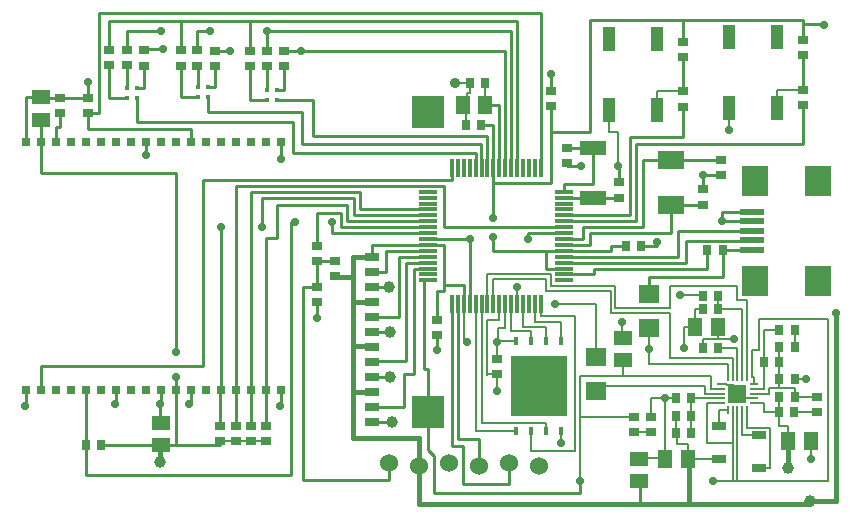
<source format=gtl>
G75*
%MOIN*%
%OFA0B0*%
%FSLAX25Y25*%
%IPPOS*%
%LPD*%
%AMOC8*
5,1,8,0,0,1.08239X$1,22.5*
%
%ADD10R,0.02559X0.03150*%
%ADD11R,0.05906X0.01181*%
%ADD12R,0.01181X0.05906*%
%ADD13R,0.02756X0.00787*%
%ADD14R,0.00787X0.02756*%
%ADD15R,0.06496X0.06496*%
%ADD16R,0.08661X0.09843*%
%ADD17R,0.07874X0.01969*%
%ADD18R,0.03937X0.07874*%
%ADD19R,0.01772X0.01772*%
%ADD20R,0.10950X0.10950*%
%ADD21C,0.06000*%
%ADD22R,0.05118X0.05906*%
%ADD23R,0.02756X0.03543*%
%ADD24R,0.03543X0.02756*%
%ADD25R,0.05906X0.05118*%
%ADD26R,0.04724X0.02559*%
%ADD27R,0.19000X0.20000*%
%ADD28R,0.01400X0.03000*%
%ADD29R,0.09055X0.06299*%
%ADD30R,0.08661X0.05118*%
%ADD31R,0.05000X0.02500*%
%ADD32R,0.07098X0.06299*%
%ADD33C,0.00700*%
%ADD34C,0.02800*%
%ADD35C,0.00800*%
%ADD36C,0.01000*%
%ADD37C,0.03962*%
%ADD38C,0.03569*%
%ADD39C,0.01600*%
D10*
X0119213Y0126339D03*
X0114213Y0126339D03*
X0109213Y0126339D03*
X0104213Y0126339D03*
X0099213Y0126339D03*
X0094213Y0126339D03*
X0089213Y0126339D03*
X0084213Y0126339D03*
X0079213Y0126339D03*
X0074213Y0126339D03*
X0069213Y0126339D03*
X0064213Y0126339D03*
X0059213Y0126339D03*
X0054213Y0126339D03*
X0049213Y0126339D03*
X0044213Y0126339D03*
X0039213Y0126339D03*
X0034213Y0126339D03*
X0034213Y0043661D03*
X0039213Y0043661D03*
X0044213Y0043661D03*
X0049213Y0043661D03*
X0054213Y0043661D03*
X0059213Y0043661D03*
X0064213Y0043661D03*
X0069213Y0043661D03*
X0074213Y0043661D03*
X0079213Y0043661D03*
X0084213Y0043661D03*
X0089213Y0043661D03*
X0094213Y0043661D03*
X0099213Y0043661D03*
X0104213Y0043661D03*
X0109213Y0043661D03*
X0114213Y0043661D03*
X0119213Y0043661D03*
D11*
X0168462Y0109764D03*
X0168462Y0107795D03*
X0168462Y0105827D03*
X0168462Y0103858D03*
X0168462Y0101890D03*
X0168462Y0099921D03*
X0168462Y0097953D03*
X0168462Y0095984D03*
X0168462Y0094016D03*
X0168462Y0092047D03*
X0168462Y0090079D03*
X0168462Y0088110D03*
X0168462Y0086142D03*
X0168462Y0084173D03*
X0168462Y0082205D03*
X0168462Y0080236D03*
X0213738Y0080236D03*
X0213738Y0082205D03*
X0213738Y0084173D03*
X0213738Y0086142D03*
X0213738Y0088110D03*
X0213738Y0090079D03*
X0213738Y0092047D03*
X0213738Y0094016D03*
X0213738Y0095984D03*
X0213738Y0097953D03*
X0213738Y0099921D03*
X0213738Y0101890D03*
X0213738Y0103858D03*
X0213738Y0105827D03*
X0213738Y0107795D03*
X0213738Y0109764D03*
D12*
X0176336Y0072362D03*
X0178305Y0072362D03*
X0180273Y0072362D03*
X0182242Y0072362D03*
X0184210Y0072362D03*
X0186179Y0072362D03*
X0188147Y0072362D03*
X0190116Y0072362D03*
X0192084Y0072362D03*
X0194053Y0072362D03*
X0196021Y0072362D03*
X0197990Y0072362D03*
X0199958Y0072362D03*
X0201927Y0072362D03*
X0203895Y0072362D03*
X0205864Y0072362D03*
X0205864Y0117638D03*
X0203895Y0117638D03*
X0201927Y0117638D03*
X0199958Y0117638D03*
X0197990Y0117638D03*
X0196021Y0117638D03*
X0194053Y0117638D03*
X0192084Y0117638D03*
X0190116Y0117638D03*
X0188147Y0117638D03*
X0186179Y0117638D03*
X0184210Y0117638D03*
X0182242Y0117638D03*
X0180273Y0117638D03*
X0178305Y0117638D03*
X0176336Y0117638D03*
D13*
X0265988Y0045650D03*
X0265988Y0044075D03*
X0265988Y0042500D03*
X0265988Y0040925D03*
X0265988Y0039350D03*
X0277012Y0039350D03*
X0277012Y0040925D03*
X0277012Y0042500D03*
X0277012Y0044075D03*
X0277012Y0045650D03*
D14*
X0268350Y0036988D03*
X0269925Y0036988D03*
X0271500Y0036988D03*
X0273075Y0036988D03*
X0274650Y0036988D03*
X0274650Y0048012D03*
X0273075Y0048012D03*
X0271500Y0048012D03*
X0269925Y0048012D03*
X0268350Y0048012D03*
D15*
X0271500Y0042500D03*
D16*
X0277326Y0080165D03*
X0277326Y0113235D03*
X0298192Y0080165D03*
X0298192Y0113235D03*
D17*
X0276342Y0090401D03*
X0276342Y0093550D03*
X0276342Y0096700D03*
X0276342Y0099850D03*
X0276342Y0102999D03*
D18*
X0268588Y0137589D03*
X0284612Y0137589D03*
X0268588Y0161211D03*
X0284612Y0161211D03*
X0228688Y0137089D03*
X0244712Y0137089D03*
X0228688Y0160711D03*
X0244712Y0160711D03*
D19*
X0071473Y0141127D03*
X0068127Y0141127D03*
X0068127Y0144473D03*
X0071473Y0144473D03*
X0094873Y0141327D03*
X0091527Y0141327D03*
X0091527Y0144673D03*
X0094873Y0144673D03*
X0118073Y0140427D03*
X0114727Y0140427D03*
X0114727Y0143773D03*
X0118073Y0143773D03*
D20*
X0168400Y0036300D03*
X0168400Y0136300D03*
D21*
X0155300Y0019500D03*
X0165300Y0018500D03*
X0175300Y0019500D03*
X0185300Y0018500D03*
X0195300Y0019500D03*
X0205300Y0018500D03*
D22*
X0264840Y0064600D03*
X0257360Y0064600D03*
X0247460Y0020600D03*
X0254940Y0020600D03*
X0179960Y0138600D03*
X0187440Y0138600D03*
X0288360Y0026700D03*
X0295840Y0026700D03*
D23*
X0285441Y0063800D03*
X0290559Y0063800D03*
X0256159Y0035100D03*
X0251041Y0035100D03*
X0280341Y0053100D03*
X0285459Y0053100D03*
X0264959Y0057600D03*
X0259841Y0057600D03*
X0265059Y0070700D03*
X0259941Y0070700D03*
X0259941Y0075100D03*
X0265059Y0075100D03*
X0256159Y0029400D03*
X0251041Y0029400D03*
X0251041Y0040900D03*
X0256159Y0040900D03*
X0290559Y0041400D03*
X0285441Y0041400D03*
X0290559Y0047500D03*
X0285441Y0047500D03*
X0290459Y0036300D03*
X0285341Y0036300D03*
X0290559Y0058100D03*
X0285441Y0058100D03*
X0239359Y0091700D03*
X0234241Y0091700D03*
X0182341Y0145900D03*
X0187459Y0145900D03*
X0181041Y0132000D03*
X0186159Y0132000D03*
X0054241Y0025200D03*
X0059359Y0025200D03*
X0261441Y0090400D03*
X0266559Y0090400D03*
D24*
X0298000Y0041459D03*
X0298000Y0036341D03*
X0137300Y0086659D03*
X0137300Y0081541D03*
X0131300Y0091759D03*
X0131300Y0086641D03*
X0209500Y0143359D03*
X0209500Y0138241D03*
X0131300Y0072941D03*
X0131300Y0078059D03*
X0171500Y0062041D03*
X0171500Y0067159D03*
X0191500Y0048941D03*
X0191500Y0054059D03*
X0114300Y0031659D03*
X0114300Y0026541D03*
X0109200Y0031659D03*
X0109200Y0026541D03*
X0104200Y0031659D03*
X0104200Y0026541D03*
X0099000Y0031659D03*
X0099000Y0026541D03*
X0054900Y0141159D03*
X0054900Y0136041D03*
X0045700Y0141159D03*
X0045700Y0136041D03*
X0253400Y0154541D03*
X0253400Y0159659D03*
X0253400Y0138141D03*
X0253400Y0143259D03*
X0293300Y0155241D03*
X0293300Y0160359D03*
X0293200Y0138641D03*
X0293200Y0143759D03*
X0114800Y0156659D03*
X0114800Y0151541D03*
X0120400Y0156759D03*
X0120400Y0151641D03*
X0109000Y0156759D03*
X0109000Y0151641D03*
X0091500Y0156859D03*
X0091500Y0151741D03*
X0097300Y0156759D03*
X0097300Y0151641D03*
X0085900Y0156959D03*
X0085900Y0151841D03*
X0068100Y0157059D03*
X0068100Y0151941D03*
X0073800Y0156959D03*
X0073800Y0151841D03*
X0062000Y0157059D03*
X0062000Y0151941D03*
X0266000Y0115341D03*
X0266000Y0120459D03*
X0259900Y0110559D03*
X0259900Y0105441D03*
X0214600Y0119241D03*
X0214600Y0124359D03*
X0231900Y0112959D03*
X0231900Y0107841D03*
X0237000Y0029641D03*
X0237000Y0034759D03*
X0242700Y0029641D03*
X0242700Y0034759D03*
D25*
X0233200Y0061140D03*
X0233200Y0053660D03*
X0039200Y0141240D03*
X0039200Y0133760D03*
X0079200Y0032740D03*
X0079200Y0025260D03*
X0238800Y0013260D03*
X0238800Y0020740D03*
D26*
X0265200Y0031513D03*
X0265200Y0020687D03*
X0278700Y0028513D03*
X0278700Y0017687D03*
D27*
X0205200Y0044900D03*
D28*
X0197700Y0029900D03*
X0202700Y0029900D03*
X0207700Y0029900D03*
X0212700Y0029900D03*
X0212700Y0059900D03*
X0207700Y0059900D03*
X0202700Y0059900D03*
X0197700Y0059900D03*
D29*
X0249400Y0105420D03*
X0249400Y0120380D03*
D30*
X0223500Y0124368D03*
X0223500Y0107832D03*
D31*
X0149600Y0088100D03*
X0149600Y0083100D03*
X0149600Y0078100D03*
X0149600Y0073100D03*
X0149600Y0068100D03*
X0149600Y0063100D03*
X0149600Y0058100D03*
X0149600Y0053100D03*
X0149600Y0048100D03*
X0149600Y0043100D03*
X0149600Y0038100D03*
X0149600Y0033100D03*
D32*
X0242100Y0075598D03*
X0242100Y0064402D03*
X0224200Y0054698D03*
X0224200Y0043502D03*
D33*
X0271500Y0048012D02*
X0271500Y0057600D01*
X0264959Y0057600D01*
X0252400Y0075200D02*
X0259941Y0075200D01*
X0259941Y0075100D01*
X0277012Y0040925D02*
X0271500Y0040925D01*
X0271500Y0042500D01*
X0181041Y0132000D02*
X0181041Y0137519D01*
X0179960Y0138600D01*
X0181041Y0138600D02*
X0181200Y0138759D01*
X0181200Y0142700D01*
X0182341Y0142700D01*
X0182341Y0145900D01*
X0177500Y0145900D01*
X0228688Y0137089D02*
X0228688Y0129700D01*
X0231800Y0129700D01*
X0231800Y0118500D01*
X0268588Y0137589D02*
X0268588Y0130200D01*
X0268600Y0130200D01*
X0192084Y0072362D02*
X0192084Y0066900D01*
X0187900Y0066900D01*
X0187900Y0048941D01*
X0212700Y0029900D02*
X0212700Y0026100D01*
X0191500Y0043400D02*
X0191500Y0048941D01*
X0187900Y0048841D02*
X0187900Y0048941D01*
X0191500Y0048941D01*
X0290559Y0047500D02*
X0294300Y0047500D01*
X0295840Y0026700D02*
X0296040Y0022800D01*
X0296000Y0020700D01*
X0251041Y0040900D02*
X0247200Y0040900D01*
X0242700Y0040900D01*
X0242700Y0034759D01*
X0247200Y0020860D02*
X0247202Y0020829D01*
X0247208Y0020798D01*
X0247217Y0020768D01*
X0247230Y0020739D01*
X0247246Y0020712D01*
X0247265Y0020688D01*
X0247288Y0020665D01*
X0247312Y0020646D01*
X0247339Y0020630D01*
X0247368Y0020617D01*
X0247398Y0020608D01*
X0247429Y0020602D01*
X0247460Y0020600D01*
X0247200Y0020860D02*
X0247200Y0040900D01*
X0265988Y0045650D02*
X0265988Y0045600D01*
X0267700Y0045600D01*
X0267900Y0045400D01*
X0269900Y0045400D01*
X0271500Y0043800D01*
X0271500Y0042500D01*
X0259841Y0057600D02*
X0259841Y0060600D01*
X0264859Y0060600D01*
X0270300Y0060600D01*
X0264859Y0060600D02*
X0264840Y0064600D01*
X0233200Y0061140D02*
X0232900Y0061140D01*
X0232900Y0066300D01*
X0247200Y0020860D02*
X0238800Y0020860D01*
X0238800Y0020740D01*
X0273075Y0048012D02*
X0273075Y0070700D01*
X0265059Y0070700D01*
X0265059Y0075100D01*
X0229200Y0076800D02*
X0229200Y0069200D01*
X0248900Y0069200D01*
X0248900Y0054500D01*
X0269900Y0054500D01*
X0269900Y0048012D01*
X0269925Y0048012D01*
X0229200Y0076800D02*
X0207600Y0076800D01*
X0207600Y0080800D01*
X0190116Y0080800D01*
X0190116Y0072362D01*
X0274650Y0048012D02*
X0274650Y0073700D01*
X0271500Y0073700D01*
X0271500Y0078200D01*
X0249000Y0078200D01*
X0249000Y0071100D01*
X0230800Y0071000D01*
X0230800Y0078500D01*
X0188147Y0072362D02*
X0188100Y0072362D01*
X0230800Y0078500D02*
X0209300Y0078500D01*
X0209300Y0082400D01*
X0188147Y0082400D01*
X0188147Y0072362D01*
X0273075Y0036988D02*
X0273075Y0028513D01*
X0278700Y0028513D01*
X0274650Y0036988D02*
X0274650Y0031000D01*
X0282300Y0031000D01*
X0282300Y0017687D01*
X0278700Y0017687D01*
X0268350Y0036988D02*
X0265200Y0036988D01*
X0265200Y0031513D01*
X0290459Y0036300D02*
X0298000Y0036300D01*
X0298000Y0036341D01*
X0277012Y0039350D02*
X0280500Y0039350D01*
X0280500Y0036400D01*
X0285341Y0036400D01*
X0285341Y0036300D01*
X0285441Y0041400D02*
X0285341Y0041400D01*
X0285341Y0036300D01*
X0285341Y0031700D01*
X0288200Y0031700D01*
X0288360Y0026700D02*
X0290400Y0026600D01*
X0288200Y0031700D02*
X0288200Y0026700D01*
X0288360Y0026700D01*
X0290559Y0058100D02*
X0290559Y0063800D01*
X0285441Y0063800D02*
X0280341Y0063800D01*
X0280341Y0053100D01*
X0280341Y0044075D01*
X0277012Y0044075D01*
X0301700Y0013300D02*
X0301700Y0067400D01*
X0278600Y0067300D01*
X0278600Y0057000D01*
X0276200Y0057000D01*
X0276200Y0048000D01*
X0277100Y0048000D01*
X0277100Y0045650D01*
X0277012Y0045650D01*
X0271400Y0013200D02*
X0269900Y0013200D01*
X0269925Y0036988D02*
X0269900Y0036988D01*
X0269900Y0026100D01*
X0269900Y0013200D01*
X0271500Y0036988D02*
X0271500Y0013300D01*
X0271400Y0013200D01*
X0265988Y0039350D02*
X0261300Y0039350D01*
X0261300Y0026100D01*
X0269900Y0026100D01*
X0237800Y0034600D02*
X0237000Y0034759D01*
X0271400Y0013200D02*
X0301700Y0013300D01*
X0269900Y0013200D02*
X0263500Y0013200D01*
X0237000Y0034600D02*
X0219100Y0034600D01*
X0219100Y0013200D01*
X0237000Y0034600D02*
X0237000Y0034759D01*
X0233400Y0053460D02*
X0233200Y0053660D01*
X0265988Y0044075D02*
X0262700Y0044075D01*
X0262700Y0048300D01*
X0233600Y0048300D01*
X0233200Y0048300D02*
X0219100Y0048300D01*
X0219100Y0034600D01*
X0233200Y0053660D02*
X0233200Y0048300D01*
X0233600Y0048300D01*
X0187440Y0138600D02*
X0187440Y0145881D01*
X0187459Y0145900D01*
X0184210Y0072362D02*
X0184210Y0029900D01*
X0197700Y0029900D01*
X0199958Y0072362D02*
X0199958Y0064700D01*
X0207600Y0064700D01*
X0207600Y0059900D01*
X0207700Y0059900D01*
X0203895Y0072362D02*
X0203895Y0066300D01*
X0212700Y0066300D01*
X0212700Y0059900D01*
X0217500Y0023500D02*
X0202800Y0023500D01*
X0202800Y0029900D01*
X0202700Y0029900D01*
X0205864Y0072362D02*
X0205864Y0068200D01*
X0217500Y0068200D01*
X0217500Y0023500D01*
X0284612Y0137589D02*
X0284612Y0143759D01*
X0293200Y0143759D01*
X0244712Y0137089D02*
X0244712Y0143259D01*
X0253400Y0143259D01*
X0256159Y0040900D02*
X0256159Y0035100D01*
X0256159Y0029400D01*
X0256159Y0040900D02*
X0256159Y0040925D01*
X0265988Y0040925D01*
X0251041Y0035100D02*
X0251041Y0029400D01*
X0194053Y0072362D02*
X0194053Y0064400D01*
X0191700Y0064400D01*
X0191700Y0059700D01*
X0191500Y0059700D01*
X0191500Y0059900D01*
X0197700Y0059900D01*
X0191500Y0059700D02*
X0191500Y0054059D01*
X0180273Y0072362D02*
X0180273Y0059700D01*
X0181500Y0059700D01*
X0265200Y0020687D02*
X0265200Y0020600D01*
X0254940Y0020600D01*
X0254940Y0025600D01*
X0251200Y0025600D01*
X0251200Y0029400D01*
X0251041Y0029400D01*
X0196021Y0072362D02*
X0196021Y0063200D01*
X0202700Y0063200D01*
X0202700Y0059900D01*
X0186179Y0072362D02*
X0186179Y0032800D01*
X0207700Y0032800D01*
X0207700Y0029900D01*
X0290559Y0041400D02*
X0298000Y0041400D01*
X0298000Y0041459D01*
X0277012Y0042500D02*
X0282100Y0042500D01*
X0282100Y0044400D01*
X0285441Y0044400D01*
X0285441Y0047500D01*
X0290559Y0041400D02*
X0290559Y0044400D01*
X0285441Y0044400D01*
X0285441Y0047500D02*
X0285441Y0053100D01*
X0285459Y0053100D01*
X0285459Y0058100D01*
X0285441Y0058100D01*
X0242700Y0029641D02*
X0237000Y0029641D01*
X0265988Y0042500D02*
X0260800Y0042500D01*
X0260800Y0044900D01*
X0224200Y0044900D01*
X0224200Y0043502D01*
X0242100Y0064402D02*
X0242100Y0057500D01*
X0242100Y0052200D01*
X0268300Y0052200D01*
X0268300Y0048012D01*
X0268350Y0048012D01*
X0257360Y0064600D02*
X0253700Y0064600D01*
X0253700Y0057600D01*
X0259941Y0070700D02*
X0257360Y0070700D01*
X0257360Y0064600D01*
X0224200Y0054698D02*
X0224200Y0072500D01*
X0210800Y0072500D01*
X0198000Y0077900D02*
X0198000Y0072362D01*
X0197990Y0072362D01*
D34*
X0252400Y0075200D03*
X0033900Y0038500D03*
X0063900Y0039000D03*
X0079100Y0039000D03*
X0119000Y0038300D03*
X0088700Y0038900D03*
X0054900Y0146500D03*
X0119200Y0120700D03*
X0244600Y0093100D03*
X0266500Y0099900D03*
X0074300Y0121900D03*
X0182300Y0094000D03*
X0201600Y0093900D03*
X0209500Y0148900D03*
X0260000Y0115300D03*
X0219400Y0118500D03*
X0231800Y0118500D03*
X0131300Y0067700D03*
X0171500Y0056900D03*
X0268600Y0130200D03*
X0212700Y0026100D03*
X0191500Y0043400D03*
X0294300Y0047500D03*
X0296000Y0020700D03*
X0247200Y0040900D03*
X0270300Y0060600D03*
X0232900Y0066300D03*
X0084300Y0056300D03*
X0084300Y0047900D03*
X0263500Y0013200D03*
X0219100Y0013200D03*
X0099200Y0098100D03*
X0112900Y0098100D03*
X0136300Y0099800D03*
X0123900Y0099800D03*
X0079900Y0157200D03*
X0126000Y0156759D03*
X0102500Y0156759D03*
X0079300Y0163400D03*
X0095800Y0163400D03*
X0114800Y0163300D03*
X0190100Y0094600D03*
X0190100Y0101000D03*
X0191500Y0059700D03*
X0181500Y0059700D03*
X0304300Y0069400D03*
X0300500Y0165400D03*
X0242100Y0057500D03*
X0253700Y0057600D03*
X0210800Y0072500D03*
X0198000Y0077900D03*
D35*
X0079213Y0031559D02*
X0079200Y0032740D01*
X0079100Y0031559D01*
X0099000Y0026541D02*
X0104200Y0026541D01*
X0109200Y0026541D01*
X0114300Y0026541D01*
D36*
X0034213Y0043661D02*
X0034213Y0038500D01*
X0033900Y0038500D01*
X0064213Y0043661D02*
X0064213Y0039000D01*
X0063900Y0039000D01*
X0079213Y0043661D02*
X0079213Y0039000D01*
X0079100Y0039000D01*
X0079100Y0031559D01*
X0119213Y0043661D02*
X0119213Y0038300D01*
X0119000Y0038300D01*
X0089213Y0043661D02*
X0089213Y0038900D01*
X0088700Y0038900D01*
X0179960Y0138600D02*
X0181041Y0138600D01*
X0054900Y0146500D02*
X0054900Y0141159D01*
X0045700Y0141159D01*
X0119213Y0126339D02*
X0119213Y0120700D01*
X0119200Y0120700D01*
X0239359Y0091700D02*
X0244600Y0091700D01*
X0244600Y0093100D01*
X0276342Y0102999D02*
X0266500Y0102999D01*
X0266500Y0099900D01*
X0276342Y0099900D01*
X0276342Y0099850D01*
X0074213Y0126339D02*
X0074300Y0126339D01*
X0074300Y0121900D01*
X0168462Y0094016D02*
X0178400Y0094016D01*
X0182300Y0094000D01*
X0213738Y0095984D02*
X0201600Y0095984D01*
X0201600Y0093900D01*
X0209500Y0143359D02*
X0209500Y0148900D01*
X0266500Y0100941D02*
X0266500Y0099900D01*
X0259900Y0110559D02*
X0260000Y0110559D01*
X0260000Y0115300D01*
X0266000Y0115300D01*
X0266000Y0115341D01*
X0214600Y0119241D02*
X0214600Y0118500D01*
X0219400Y0118500D01*
X0231900Y0112959D02*
X0231900Y0118500D01*
X0231800Y0118500D01*
X0131300Y0072941D02*
X0131300Y0067700D01*
X0149600Y0078100D02*
X0155400Y0078100D01*
X0155800Y0063100D02*
X0149600Y0063100D01*
X0149600Y0033100D02*
X0156400Y0033100D01*
X0156400Y0033000D01*
X0155800Y0048100D02*
X0149600Y0048100D01*
X0034213Y0126339D02*
X0034213Y0141240D01*
X0039200Y0141240D01*
X0039200Y0141159D01*
X0045700Y0141159D01*
X0171500Y0062041D02*
X0171500Y0056900D01*
X0034101Y0038500D02*
X0033900Y0038500D01*
X0182242Y0072362D02*
X0182300Y0072362D01*
X0182300Y0094000D01*
X0039200Y0133760D02*
X0039200Y0126339D01*
X0039213Y0126339D01*
X0079200Y0025260D02*
X0079200Y0025200D01*
X0084213Y0043661D02*
X0084213Y0025260D01*
X0079200Y0025260D01*
X0059359Y0025200D02*
X0059359Y0025260D01*
X0079200Y0025260D01*
X0084300Y0047900D02*
X0084300Y0043661D01*
X0084213Y0043661D01*
X0039213Y0126339D02*
X0039213Y0116000D01*
X0084200Y0116000D01*
X0084200Y0056300D01*
X0084300Y0056300D01*
X0099000Y0026541D02*
X0099000Y0025260D01*
X0084213Y0025260D01*
X0168400Y0080236D02*
X0168462Y0080236D01*
X0167100Y0080236D01*
X0167100Y0050600D01*
X0168400Y0050600D01*
X0168400Y0036300D01*
X0168400Y0023600D01*
X0170300Y0021700D01*
X0170300Y0009200D01*
X0219100Y0009200D01*
X0219100Y0013200D01*
X0131300Y0091759D02*
X0131300Y0102800D01*
X0139500Y0102800D01*
X0139500Y0097953D01*
X0168462Y0097953D01*
X0187440Y0138600D02*
X0192084Y0138600D01*
X0192084Y0117638D01*
X0131300Y0086641D02*
X0131300Y0078059D01*
X0126700Y0078059D01*
X0126700Y0013800D01*
X0155300Y0013800D01*
X0155300Y0019500D01*
X0137300Y0086659D02*
X0131300Y0086659D01*
X0131300Y0086641D01*
X0185300Y0018500D02*
X0185300Y0027400D01*
X0178400Y0027400D01*
X0178400Y0072362D01*
X0178305Y0072362D01*
X0176336Y0072362D02*
X0176336Y0025000D01*
X0180000Y0025000D01*
X0180000Y0012200D01*
X0195300Y0012200D01*
X0195300Y0019500D01*
X0054900Y0136041D02*
X0054900Y0130600D01*
X0089200Y0130600D01*
X0089200Y0126339D01*
X0089213Y0126339D01*
X0058800Y0169200D02*
X0058800Y0135900D01*
X0054900Y0135900D01*
X0054900Y0136041D01*
X0205864Y0117638D02*
X0205864Y0169200D01*
X0058800Y0169200D01*
X0044213Y0126339D02*
X0044213Y0131300D01*
X0045700Y0131300D01*
X0045700Y0136041D01*
X0039213Y0043661D02*
X0039213Y0051800D01*
X0093200Y0051800D01*
X0093200Y0113700D01*
X0176300Y0113700D01*
X0176300Y0117638D01*
X0176336Y0117638D01*
X0118073Y0140427D02*
X0130100Y0140427D01*
X0130100Y0128500D01*
X0188147Y0128500D01*
X0188147Y0117638D01*
X0094873Y0141327D02*
X0094873Y0136300D01*
X0126500Y0136300D01*
X0126500Y0125600D01*
X0186100Y0125600D01*
X0186100Y0117638D01*
X0186179Y0117638D01*
X0071473Y0141127D02*
X0071473Y0133100D01*
X0123400Y0133100D01*
X0123400Y0122800D01*
X0184200Y0122800D01*
X0184200Y0117638D01*
X0184210Y0117638D01*
X0109200Y0031659D02*
X0109200Y0043661D01*
X0109213Y0043661D01*
X0109213Y0109700D01*
X0145800Y0109700D01*
X0145800Y0103858D01*
X0168462Y0103858D01*
X0099000Y0031659D02*
X0099000Y0043661D01*
X0099213Y0043661D01*
X0099213Y0098100D01*
X0099200Y0098100D01*
X0112900Y0098100D02*
X0112900Y0107600D01*
X0143600Y0107600D01*
X0143600Y0101890D01*
X0168462Y0101890D01*
X0114300Y0031659D02*
X0114300Y0043661D01*
X0114213Y0043661D01*
X0114213Y0094400D01*
X0117900Y0094400D01*
X0168462Y0099921D02*
X0141500Y0099921D01*
X0141500Y0105500D01*
X0117900Y0105500D01*
X0117900Y0094400D01*
X0054213Y0043661D02*
X0054241Y0043661D01*
X0054241Y0025200D01*
X0054300Y0026400D01*
X0168462Y0095984D02*
X0136300Y0095984D01*
X0136300Y0099800D01*
X0123900Y0099800D02*
X0122600Y0099800D01*
X0122700Y0015300D01*
X0054241Y0015300D01*
X0054241Y0025200D01*
X0104200Y0031659D02*
X0104200Y0043661D01*
X0104213Y0043661D01*
X0104213Y0095200D01*
X0104200Y0095300D01*
X0104200Y0111600D01*
X0173700Y0111600D01*
X0173700Y0097953D01*
X0213738Y0097953D01*
X0213738Y0099921D02*
X0237700Y0099921D01*
X0237700Y0125600D01*
X0293200Y0125600D01*
X0293200Y0138641D01*
X0276342Y0096700D02*
X0251700Y0096700D01*
X0251700Y0088100D01*
X0213738Y0088100D01*
X0213738Y0088110D01*
X0213738Y0086142D02*
X0254400Y0086142D01*
X0254400Y0093500D01*
X0276342Y0093500D01*
X0276342Y0093550D01*
X0276342Y0090401D02*
X0276342Y0090400D01*
X0266559Y0090400D01*
X0266559Y0081500D01*
X0242100Y0081500D01*
X0242100Y0075598D01*
X0213743Y0082200D02*
X0213741Y0082201D01*
X0213739Y0082203D01*
X0213738Y0082205D01*
X0223700Y0082205D01*
X0223700Y0084100D01*
X0261441Y0084100D01*
X0261441Y0090400D01*
X0293200Y0143759D02*
X0293200Y0155241D01*
X0293300Y0155241D01*
X0253400Y0154541D02*
X0253400Y0143259D01*
X0213738Y0101890D02*
X0235700Y0101890D01*
X0235700Y0127900D01*
X0253400Y0127900D01*
X0253400Y0138141D01*
X0068127Y0141127D02*
X0062000Y0141127D01*
X0062000Y0151941D01*
X0071473Y0144473D02*
X0073800Y0144473D01*
X0073800Y0151841D01*
X0068127Y0144473D02*
X0068100Y0144473D01*
X0068100Y0151941D01*
X0091527Y0141327D02*
X0085900Y0141327D01*
X0085900Y0151841D01*
X0094873Y0144673D02*
X0097300Y0144673D01*
X0097300Y0151641D01*
X0091500Y0151741D02*
X0091527Y0151741D01*
X0091527Y0144673D01*
X0114727Y0140427D02*
X0109000Y0140427D01*
X0109000Y0151641D01*
X0118073Y0143773D02*
X0120400Y0143773D01*
X0120400Y0151641D01*
X0114727Y0143773D02*
X0114800Y0143773D01*
X0114800Y0151541D01*
X0109000Y0156759D02*
X0109000Y0166800D01*
X0197990Y0117638D02*
X0198000Y0117638D01*
X0062000Y0157059D02*
X0062000Y0166700D01*
X0085900Y0166700D01*
X0109000Y0166800D01*
X0085900Y0166700D02*
X0085900Y0156959D01*
X0109000Y0166800D02*
X0197990Y0166800D01*
X0197990Y0117638D01*
X0126000Y0156759D02*
X0120400Y0156759D01*
X0073800Y0156959D02*
X0073800Y0157200D01*
X0079900Y0157200D01*
X0097300Y0156759D02*
X0102500Y0156759D01*
X0126000Y0156759D02*
X0194053Y0156759D01*
X0194053Y0117638D01*
X0114800Y0156659D02*
X0114800Y0163300D01*
X0068100Y0157059D02*
X0068100Y0163400D01*
X0079300Y0163400D01*
X0091500Y0156859D02*
X0091500Y0163400D01*
X0095800Y0163400D01*
X0114800Y0163300D02*
X0196021Y0163300D01*
X0196021Y0117638D01*
X0186159Y0132000D02*
X0190116Y0132000D01*
X0190116Y0117638D01*
X0213738Y0090000D02*
X0213738Y0090079D01*
X0229500Y0090079D01*
X0229500Y0091800D01*
X0234241Y0091800D01*
X0234241Y0091700D01*
X0209500Y0138241D02*
X0209500Y0129600D01*
X0209500Y0112700D01*
X0190100Y0112700D01*
X0190100Y0117638D01*
X0190116Y0117638D01*
X0207700Y0084173D02*
X0207700Y0090100D01*
X0213738Y0090100D01*
X0213738Y0090079D01*
X0213738Y0084173D02*
X0207700Y0084173D01*
X0137300Y0081600D02*
X0137300Y0081541D01*
X0171500Y0067159D02*
X0171500Y0076800D01*
X0173800Y0076800D01*
X0173800Y0078800D01*
X0180300Y0078800D01*
X0180300Y0072362D01*
X0180273Y0072362D01*
X0168462Y0092047D02*
X0173800Y0092047D01*
X0173800Y0078800D01*
X0207700Y0090100D02*
X0190100Y0090100D01*
X0190100Y0094600D01*
X0190100Y0101000D02*
X0190100Y0112700D01*
X0293300Y0160359D02*
X0293300Y0165600D01*
X0293300Y0167100D01*
X0253400Y0167100D01*
X0222500Y0167100D01*
X0222500Y0129600D01*
X0209500Y0129600D01*
X0253400Y0159659D02*
X0253400Y0167100D01*
X0149600Y0088100D02*
X0149600Y0092047D01*
X0168462Y0092047D01*
X0300500Y0165400D02*
X0300500Y0165600D01*
X0293300Y0165600D01*
X0238800Y0013260D02*
X0238900Y0013260D01*
X0238900Y0005600D01*
X0213738Y0092047D02*
X0222300Y0092047D01*
X0222300Y0095900D01*
X0249400Y0095900D01*
X0249400Y0105420D01*
X0259900Y0105420D01*
X0259900Y0105441D01*
X0249400Y0120380D02*
X0240000Y0120380D01*
X0240000Y0097900D01*
X0220000Y0097900D01*
X0220000Y0094000D01*
X0213738Y0094000D01*
X0213738Y0094016D01*
X0266000Y0120459D02*
X0249400Y0120459D01*
X0249400Y0120380D01*
X0168462Y0090079D02*
X0154500Y0090079D01*
X0154500Y0083000D01*
X0149600Y0083000D01*
X0149600Y0083100D01*
X0168462Y0088110D02*
X0158800Y0088110D01*
X0158800Y0068100D01*
X0149600Y0068100D01*
X0168462Y0086142D02*
X0161100Y0086142D01*
X0161100Y0053200D01*
X0149600Y0053200D01*
X0149600Y0053100D01*
X0168462Y0084173D02*
X0163700Y0084173D01*
X0163700Y0049100D01*
X0160300Y0049100D01*
X0160300Y0038100D01*
X0149600Y0038100D01*
X0213738Y0107795D02*
X0223500Y0107795D01*
X0223500Y0107832D01*
X0231900Y0107832D01*
X0231900Y0107841D01*
X0223500Y0124368D02*
X0214600Y0124368D01*
X0214600Y0124359D01*
X0223500Y0124368D02*
X0223500Y0112500D01*
X0213800Y0112500D01*
X0213800Y0109764D01*
X0213738Y0109764D01*
D37*
X0271500Y0042500D03*
X0155400Y0078100D03*
X0155800Y0063100D03*
X0156400Y0033000D03*
X0155800Y0048100D03*
X0288300Y0017600D03*
X0079100Y0019700D03*
X0295600Y0006800D03*
D38*
X0177500Y0145900D03*
D39*
X0288360Y0026700D02*
X0288360Y0017600D01*
X0288300Y0017600D01*
X0079100Y0019700D02*
X0079100Y0025260D01*
X0079200Y0025260D01*
X0238900Y0005600D02*
X0165200Y0005600D01*
X0165200Y0018500D01*
X0165300Y0018500D01*
X0165300Y0027700D01*
X0143400Y0027700D01*
X0143400Y0043100D01*
X0143400Y0058200D01*
X0143400Y0073100D01*
X0149600Y0073100D01*
X0149600Y0058100D02*
X0149600Y0058200D01*
X0143400Y0058200D01*
X0143400Y0043100D02*
X0149600Y0043100D01*
X0143400Y0073100D02*
X0143400Y0081300D01*
X0143400Y0088100D01*
X0149600Y0088100D01*
X0137300Y0081541D02*
X0137300Y0081300D01*
X0143400Y0081300D01*
X0238900Y0005600D02*
X0255297Y0005675D01*
X0304300Y0006800D02*
X0304300Y0069400D01*
X0254940Y0020600D02*
X0255297Y0020600D01*
X0255297Y0005675D01*
X0295600Y0005675D01*
X0295600Y0006800D01*
X0304300Y0006800D01*
M02*

</source>
